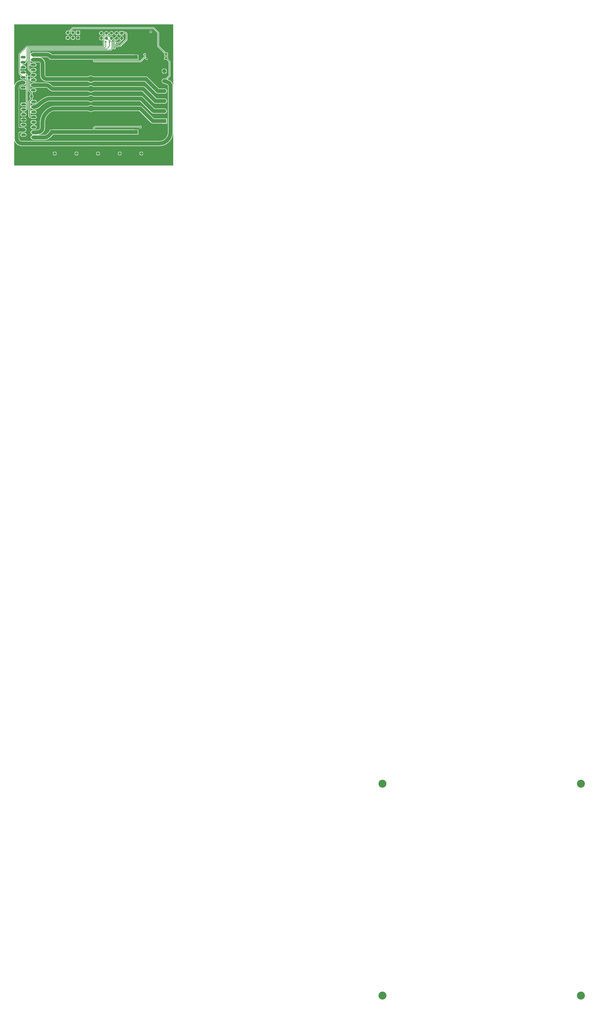
<source format=gtl>
G04*
G04 #@! TF.GenerationSoftware,Altium Limited,Altium Designer,20.0.13 (296)*
G04*
G04 Layer_Physical_Order=1*
G04 Layer_Color=255*
%FSLAX44Y44*%
%MOMM*%
G71*
G01*
G75*
%ADD14R,3.4000X2.0000*%
%ADD15R,1.4000X1.0000*%
%ADD30C,2.0000*%
%ADD31C,0.3000*%
%ADD32C,0.5000*%
%ADD33O,2.5400X1.2700*%
%ADD34R,1.4000X1.4000*%
%ADD35C,1.4000*%
%ADD36C,1.6050*%
%ADD37R,1.6050X1.6050*%
%ADD38R,2.1000X2.1000*%
%ADD39C,2.1000*%
%ADD40C,0.8000*%
%ADD41C,3.0000*%
%ADD42C,1.5000*%
%ADD43C,4.0000*%
G36*
X320881Y778246D02*
Y735856D01*
X321194Y734280D01*
X322087Y732944D01*
X339187Y715844D01*
Y714557D01*
X338967Y714465D01*
X337110Y713040D01*
X335685Y711183D01*
X334789Y709021D01*
X334483Y706700D01*
X334789Y704379D01*
X335685Y702217D01*
X337110Y700360D01*
X338967Y698935D01*
X341129Y698039D01*
X343450Y697733D01*
X345681D01*
Y690267D01*
X343450D01*
X341129Y689961D01*
X338967Y689065D01*
X338447Y688667D01*
X337404Y689467D01*
X337782Y690379D01*
X338127Y693000D01*
X337782Y695621D01*
X336770Y698063D01*
X335161Y700161D01*
X333063Y701770D01*
X330621Y702782D01*
X328000Y703127D01*
X325379Y702782D01*
X322937Y701770D01*
X321340Y700545D01*
X320627Y700590D01*
X320052Y700861D01*
X319916Y700982D01*
X319839Y701563D01*
X320713Y702702D01*
X321372Y704293D01*
X321596Y706000D01*
X321372Y707707D01*
X320713Y709298D01*
X319664Y710664D01*
X318298Y711713D01*
X316707Y712372D01*
X315000Y712596D01*
X313293Y712372D01*
X312396Y712000D01*
X311690Y713060D01*
X313115Y714917D01*
X314011Y717079D01*
X314149Y718130D01*
X299000D01*
Y719400D01*
X297730D01*
Y728367D01*
X292650D01*
X290329Y728061D01*
X288167Y727165D01*
X286389Y725801D01*
X285850Y725897D01*
X285119Y726144D01*
Y738055D01*
X285850Y738304D01*
X286389Y738399D01*
X288167Y737035D01*
X290329Y736139D01*
X292650Y735833D01*
X305350D01*
X307671Y736139D01*
X309833Y737035D01*
X311690Y738460D01*
X313115Y740317D01*
X314011Y742479D01*
X314317Y744800D01*
X314011Y747121D01*
X313115Y749283D01*
X311690Y751140D01*
X309833Y752565D01*
X307671Y753461D01*
X305350Y753767D01*
X303119D01*
Y761233D01*
X305350D01*
X307671Y761539D01*
X309833Y762435D01*
X311690Y763860D01*
X313115Y765717D01*
X314011Y767879D01*
X314317Y770200D01*
X314011Y772521D01*
X313860Y772885D01*
X319708Y778732D01*
X320881Y778246D01*
D02*
G37*
G36*
X1050000Y254000D02*
X254000D01*
Y377497D01*
X255205Y377640D01*
X257491Y372122D01*
X260611Y367030D01*
X264489Y362489D01*
X269030Y358611D01*
X274122Y355491D01*
X279640Y353205D01*
X285446Y351811D01*
X291400Y351343D01*
Y351352D01*
X980000D01*
X980003Y351352D01*
X987686Y351784D01*
X995276Y353073D01*
X1002673Y355204D01*
X1009785Y358150D01*
X1016523Y361874D01*
X1022801Y366329D01*
X1028541Y371459D01*
X1033671Y377199D01*
X1038126Y383477D01*
X1041850Y390215D01*
X1044796Y397327D01*
X1046927Y404724D01*
X1048216Y412314D01*
X1048648Y419997D01*
X1048648Y420000D01*
Y651681D01*
X1048629Y651824D01*
X1048239Y656787D01*
X1047043Y661767D01*
X1045083Y666499D01*
X1042407Y670866D01*
X1039080Y674761D01*
X1035186Y678087D01*
X1030818Y680764D01*
X1026087Y682724D01*
X1025798Y682793D01*
X1025589Y682889D01*
X1020746Y684382D01*
X1020440Y685614D01*
X1033913Y699087D01*
X1034806Y700424D01*
X1035119Y702000D01*
Y774000D01*
X1034806Y775576D01*
X1033913Y776913D01*
X1023619Y787206D01*
Y787500D01*
X1023540Y787898D01*
Y798540D01*
X1004460D01*
Y783460D01*
X1016004D01*
X1016587Y782587D01*
X1026881Y772294D01*
Y703706D01*
X1010861Y687687D01*
X1008404Y688704D01*
X1005000Y689153D01*
X1001596Y688704D01*
X998424Y687390D01*
X995700Y685300D01*
X993610Y682576D01*
X992296Y679404D01*
X991848Y676000D01*
X992296Y672596D01*
X993610Y669424D01*
X995700Y666700D01*
X998424Y664610D01*
X1001596Y663296D01*
X1004530Y662909D01*
X1018137Y658715D01*
X1018209Y658703D01*
X1019698Y658086D01*
X1021230Y656910D01*
X1022405Y655379D01*
X1023144Y653595D01*
X1023374Y651850D01*
X1023352Y651681D01*
Y420000D01*
X1023401Y419624D01*
X1023055Y414332D01*
X1021946Y408760D01*
X1020120Y403382D01*
X1017608Y398287D01*
X1014452Y393564D01*
X1010707Y389293D01*
X1006436Y385548D01*
X1001713Y382392D01*
X996618Y379880D01*
X991239Y378054D01*
X985668Y376946D01*
X980376Y376599D01*
X980000Y376648D01*
X291400D01*
X291054Y376603D01*
X288076Y376995D01*
X284979Y378278D01*
X282319Y380319D01*
X280278Y382979D01*
X278995Y386076D01*
X278603Y389054D01*
X278648Y389400D01*
Y419952D01*
X300000D01*
X303274Y420383D01*
X306324Y421646D01*
X308944Y423656D01*
X309389Y424236D01*
X310833Y424835D01*
X312690Y426259D01*
X314115Y428117D01*
X315011Y430279D01*
X315317Y432600D01*
X315011Y434921D01*
X314115Y437083D01*
X312690Y438940D01*
X310833Y440365D01*
X309389Y440964D01*
X308944Y441544D01*
X306324Y443554D01*
X303274Y444817D01*
X300000Y445248D01*
X278648D01*
Y643200D01*
X278603Y643546D01*
X278995Y646524D01*
X280278Y649621D01*
X282319Y652281D01*
X284979Y654322D01*
X288076Y655605D01*
X291054Y655997D01*
X291400Y655952D01*
X299000D01*
X302274Y656383D01*
X305324Y657646D01*
X307944Y659656D01*
X308389Y660236D01*
X309833Y660835D01*
X310660Y661469D01*
X311936Y660847D01*
X312031Y650880D01*
X310766Y650249D01*
X309833Y650965D01*
X307671Y651861D01*
X305350Y652167D01*
X292650D01*
X290329Y651861D01*
X288167Y650965D01*
X286310Y649540D01*
X284885Y647683D01*
X283989Y645521D01*
X283683Y643200D01*
X283989Y640879D01*
X284885Y638717D01*
X286310Y636860D01*
X288167Y635435D01*
X290329Y634539D01*
X292650Y634233D01*
X305350D01*
X307671Y634539D01*
X309833Y635435D01*
X310899Y636253D01*
X312175Y635631D01*
X312317Y620723D01*
X312329Y619414D01*
X312197Y618199D01*
X312204Y618183D01*
X312340Y618049D01*
X312341Y617077D01*
Y567644D01*
X311202Y567083D01*
X310833Y567365D01*
X308671Y568261D01*
X306350Y568567D01*
X293650D01*
X291329Y568261D01*
X289167Y567365D01*
X287310Y565940D01*
X285885Y564083D01*
X284989Y561921D01*
X284683Y559600D01*
X284989Y557279D01*
X285885Y555117D01*
X287310Y553260D01*
X289167Y551835D01*
X291329Y550939D01*
X293650Y550633D01*
X306350D01*
X308671Y550939D01*
X310833Y551835D01*
X311202Y552117D01*
X312341Y551556D01*
X312341Y542244D01*
X311202Y541683D01*
X310833Y541965D01*
X308671Y542861D01*
X306350Y543167D01*
X293650D01*
X291329Y542861D01*
X289167Y541965D01*
X287310Y540540D01*
X285885Y538683D01*
X284989Y536521D01*
X284683Y534200D01*
X284989Y531879D01*
X285885Y529717D01*
X287310Y527859D01*
X289167Y526435D01*
X291329Y525539D01*
X293650Y525233D01*
X295881D01*
Y517767D01*
X293650D01*
X291329Y517461D01*
X289167Y516565D01*
X287310Y515140D01*
X285885Y513283D01*
X284989Y511121D01*
X284683Y508800D01*
X284989Y506479D01*
X285885Y504317D01*
X287310Y502459D01*
X289167Y501035D01*
X291329Y500139D01*
X293650Y499833D01*
X306350D01*
X308671Y500139D01*
X310833Y501035D01*
X312690Y502459D01*
X314115Y504317D01*
X315011Y506479D01*
X315317Y508800D01*
X315011Y511121D01*
X314115Y513283D01*
X312690Y515140D01*
X310833Y516565D01*
X308671Y517461D01*
X306350Y517767D01*
X304119D01*
Y525233D01*
X306350D01*
X308671Y525539D01*
X310833Y526435D01*
X312690Y527859D01*
X314115Y529717D01*
X314321Y530213D01*
X315298Y530341D01*
X317010Y531051D01*
X318481Y532179D01*
X319609Y533650D01*
X320319Y535362D01*
X320525Y536927D01*
X320579Y537200D01*
X320579Y556599D01*
X320623Y556634D01*
X320723Y556876D01*
X320713Y558146D01*
X320905Y559600D01*
X320713Y561054D01*
X320723Y562324D01*
X320623Y562566D01*
X320579Y563768D01*
Y618199D01*
X320571Y618238D01*
X320579Y618277D01*
X319945Y685042D01*
X321210Y685555D01*
X322861Y684288D01*
Y629842D01*
X323252Y627876D01*
X324366Y626208D01*
X334861Y615714D01*
Y608712D01*
X332839Y607161D01*
X331230Y605063D01*
X330218Y602621D01*
X329873Y600000D01*
X330218Y597379D01*
X331230Y594937D01*
X332839Y592839D01*
X334861Y591288D01*
Y586086D01*
X326366Y577592D01*
X325252Y575924D01*
X324861Y573958D01*
Y499929D01*
X325252Y497962D01*
X326366Y496295D01*
X329295Y493366D01*
X330962Y492252D01*
X332929Y491861D01*
X336583D01*
X336685Y491617D01*
X338110Y489759D01*
X339967Y488335D01*
X342129Y487439D01*
X344450Y487133D01*
X357150D01*
X359471Y487439D01*
X361633Y488335D01*
X363490Y489759D01*
X364915Y491617D01*
X365811Y493779D01*
X366117Y496100D01*
X365811Y498421D01*
X364915Y500583D01*
X363490Y502440D01*
X361633Y503865D01*
X359471Y504761D01*
X357150Y505067D01*
X344450D01*
X342129Y504761D01*
X339967Y503865D01*
X338110Y502440D01*
X337878Y502139D01*
X335139D01*
Y517430D01*
X336409Y517683D01*
X336685Y517017D01*
X338110Y515159D01*
X339967Y513735D01*
X342129Y512839D01*
X344450Y512533D01*
X357150D01*
X359471Y512839D01*
X361633Y513735D01*
X363490Y515159D01*
X364915Y517017D01*
X365811Y519179D01*
X366117Y521500D01*
X365811Y523821D01*
X364915Y525983D01*
X363490Y527840D01*
X361633Y529265D01*
X359471Y530161D01*
X357150Y530467D01*
X344450D01*
X342129Y530161D01*
X339967Y529265D01*
X338110Y527840D01*
X336685Y525983D01*
X336409Y525317D01*
X335139Y525570D01*
Y542830D01*
X336409Y543083D01*
X336685Y542417D01*
X338110Y540560D01*
X339967Y539135D01*
X341412Y538536D01*
X341856Y537956D01*
X344476Y535946D01*
X347526Y534683D01*
X350800Y534252D01*
X352804D01*
X352857Y534252D01*
Y534253D01*
X353071Y534281D01*
X358536Y534639D01*
X364118Y535749D01*
X369507Y537579D01*
X374611Y540096D01*
X379343Y543258D01*
X383360Y546781D01*
X383589Y546956D01*
X383593Y546960D01*
X383593Y546960D01*
X383593Y546960D01*
X383669Y547036D01*
X384023Y547496D01*
X391819Y554640D01*
X400720Y561470D01*
X410182Y567499D01*
X420135Y572679D01*
X425145Y574754D01*
X425145Y574754D01*
X426317Y575175D01*
X427809Y575371D01*
X427956Y575352D01*
X624763Y575352D01*
X627208Y573345D01*
X630255Y571717D01*
X633562Y570714D01*
X637000Y570375D01*
X640438Y570714D01*
X643745Y571717D01*
X646792Y573345D01*
X649237Y575352D01*
X883761D01*
X942056Y517056D01*
X942056Y517056D01*
X944676Y515046D01*
X947726Y513783D01*
X951000Y513352D01*
X951000Y513352D01*
X1001460D01*
X1001596Y513296D01*
X1005000Y512848D01*
X1008404Y513296D01*
X1011576Y514610D01*
X1014300Y516700D01*
X1016390Y519424D01*
X1017704Y522596D01*
X1018152Y526000D01*
X1017704Y529404D01*
X1016390Y532576D01*
X1014300Y535300D01*
X1011576Y537390D01*
X1008404Y538704D01*
X1005000Y539152D01*
X1001596Y538704D01*
X1001460Y538648D01*
X956239D01*
X897944Y596944D01*
X895324Y598954D01*
X892274Y600217D01*
X889000Y600648D01*
X889000Y600648D01*
X649237D01*
X646792Y602654D01*
X643745Y604283D01*
X640438Y605286D01*
X637000Y605625D01*
X633562Y605286D01*
X630255Y604283D01*
X627208Y602654D01*
X624763Y600648D01*
X429198Y600648D01*
X427956Y600648D01*
X427928Y600644D01*
Y600644D01*
X427748Y600621D01*
X422894Y600239D01*
X417914Y599043D01*
X415464Y598029D01*
X415422Y598130D01*
X404658Y593168D01*
X394120Y587266D01*
X384078Y580556D01*
X374594Y573079D01*
X365786Y564938D01*
X365786Y564938D01*
X364871Y564080D01*
X363022Y562562D01*
X359858Y560872D01*
X356426Y559830D01*
X353161Y559509D01*
X352864Y559548D01*
X352819Y559548D01*
X352815Y559548D01*
X352812Y559548D01*
X350800D01*
X347526Y559117D01*
X344476Y557854D01*
X341856Y555844D01*
X341412Y555264D01*
X339967Y554665D01*
X338110Y553240D01*
X336685Y551383D01*
X336409Y550717D01*
X335139Y550970D01*
Y568230D01*
X336409Y568483D01*
X336685Y567817D01*
X338110Y565960D01*
X339967Y564535D01*
X342129Y563639D01*
X344450Y563333D01*
X357150D01*
X359471Y563639D01*
X361633Y564535D01*
X363490Y565960D01*
X364915Y567817D01*
X365811Y569979D01*
X366117Y572300D01*
X365811Y574621D01*
X364915Y576783D01*
X363490Y578640D01*
X361633Y580065D01*
X359471Y580961D01*
X357150Y581267D01*
X345791D01*
X345580Y581413D01*
X344856Y582537D01*
X345139Y583958D01*
Y591288D01*
X347161Y592839D01*
X348770Y594937D01*
X349782Y597379D01*
X350127Y600000D01*
X349782Y602621D01*
X348770Y605063D01*
X347161Y607161D01*
X345139Y608712D01*
Y617842D01*
X344748Y619809D01*
X344444Y620263D01*
X344517Y620580D01*
X345123Y621533D01*
X356150D01*
X358471Y621839D01*
X360633Y622735D01*
X362490Y624160D01*
X363915Y626017D01*
X364811Y628179D01*
X365117Y630500D01*
X364811Y632821D01*
X363915Y634983D01*
X362490Y636840D01*
X360633Y638265D01*
X358471Y639161D01*
X356150Y639467D01*
X343450D01*
X341129Y639161D01*
X338967Y638265D01*
X337110Y636840D01*
X335685Y634983D01*
X334916Y633128D01*
X334005Y632690D01*
X333479Y632603D01*
X333139Y632851D01*
Y683963D01*
X333708Y684331D01*
X334517Y683800D01*
X334774Y683508D01*
X334483Y681300D01*
X334789Y678979D01*
X335685Y676817D01*
X337110Y674960D01*
X338967Y673535D01*
X341129Y672639D01*
X343450Y672333D01*
X356150D01*
X358471Y672639D01*
X360633Y673535D01*
X362490Y674960D01*
X363915Y676817D01*
X364811Y678979D01*
X365117Y681300D01*
X364811Y683621D01*
X363915Y685783D01*
X362490Y687640D01*
X360633Y689065D01*
X358471Y689961D01*
X356150Y690267D01*
X353919D01*
Y697733D01*
X356150D01*
X358471Y698039D01*
X360633Y698935D01*
X362490Y700360D01*
X363915Y702217D01*
X364811Y704379D01*
X365117Y706700D01*
X364811Y709021D01*
X363915Y711183D01*
X362490Y713040D01*
X360633Y714465D01*
X358471Y715361D01*
X356150Y715667D01*
X347425D01*
Y717550D01*
X347112Y719126D01*
X346219Y720463D01*
X344722Y721960D01*
X345208Y723133D01*
X356150D01*
X358471Y723439D01*
X360633Y724335D01*
X362490Y725760D01*
X363915Y727617D01*
X364811Y729779D01*
X365117Y732100D01*
X364811Y734421D01*
X363915Y736583D01*
X362490Y738440D01*
X360633Y739865D01*
X358471Y740761D01*
X356150Y741067D01*
X343450D01*
X341129Y740761D01*
X338967Y739865D01*
X337110Y738440D01*
X335685Y736583D01*
X334789Y734421D01*
X334682Y733610D01*
X333479Y733202D01*
X329119Y737562D01*
Y753936D01*
X330258Y754497D01*
X330450Y754351D01*
X332162Y753641D01*
X333727Y753435D01*
X334000Y753381D01*
X334000Y753381D01*
X335534D01*
X335685Y753017D01*
X337110Y751160D01*
X338967Y749735D01*
X341129Y748839D01*
X343450Y748533D01*
X356150D01*
X358471Y748839D01*
X360633Y749735D01*
X362490Y751160D01*
X363915Y753017D01*
X364811Y755179D01*
X365117Y757500D01*
X364811Y759821D01*
X363915Y761983D01*
X362490Y763840D01*
X360633Y765265D01*
X358471Y766161D01*
X356150Y766467D01*
X343450D01*
X341129Y766161D01*
X338967Y765265D01*
X337110Y763840D01*
X336389Y762902D01*
X335119Y763333D01*
Y777067D01*
X336389Y777498D01*
X337110Y776560D01*
X338967Y775135D01*
X340411Y774536D01*
X340856Y773956D01*
X343476Y771946D01*
X346526Y770683D01*
X349800Y770252D01*
X376000D01*
X376169Y770274D01*
X377914Y770044D01*
X379698Y769305D01*
X381230Y768130D01*
X382405Y766598D01*
X383144Y764814D01*
X383374Y763069D01*
X383352Y762900D01*
X383352Y706390D01*
X383371Y706246D01*
X383761Y701283D01*
X384957Y696303D01*
X386917Y691571D01*
X389593Y687204D01*
X392920Y683309D01*
X396814Y679983D01*
X401181Y677307D01*
X405913Y675347D01*
X408719Y674673D01*
X409149Y674495D01*
X410170Y674325D01*
X411423Y674118D01*
X412877Y673829D01*
X420381Y673337D01*
Y673352D01*
X624763Y673352D01*
X627208Y671346D01*
X630255Y669717D01*
X633562Y668714D01*
X637000Y668375D01*
X640438Y668714D01*
X643745Y669717D01*
X646792Y671346D01*
X649237Y673352D01*
X907761D01*
X963865Y617248D01*
X963865Y617248D01*
X966485Y615238D01*
X969535Y613974D01*
X972809Y613543D01*
X1000998D01*
X1001596Y613296D01*
X1005000Y612848D01*
X1008404Y613296D01*
X1011576Y614610D01*
X1014300Y616700D01*
X1016390Y619424D01*
X1017704Y622596D01*
X1018152Y626000D01*
X1017704Y629404D01*
X1016390Y632576D01*
X1014300Y635300D01*
X1011576Y637390D01*
X1008404Y638704D01*
X1005000Y639152D01*
X1002623Y638839D01*
X978048D01*
X921944Y694944D01*
X919324Y696954D01*
X916274Y698217D01*
X913000Y698648D01*
X913000Y698648D01*
X649237D01*
X646792Y700655D01*
X643745Y702283D01*
X640438Y703286D01*
X637000Y703625D01*
X633562Y703286D01*
X630255Y702283D01*
X627208Y700655D01*
X624763Y698648D01*
X420381Y698648D01*
X419998Y698598D01*
X415932Y698918D01*
X414687Y699166D01*
X413498Y699489D01*
X412302Y699984D01*
X410770Y701160D01*
X409595Y702691D01*
X408856Y704475D01*
X408626Y706221D01*
X408648Y706390D01*
X408648Y761630D01*
X408648Y762900D01*
X408648Y762900D01*
X408629Y763043D01*
X408239Y768006D01*
X407043Y772987D01*
X405083Y777719D01*
X402407Y782086D01*
X399080Y785980D01*
X395186Y789307D01*
X390818Y791983D01*
X386087Y793943D01*
X384259Y794382D01*
X384409Y795652D01*
X415551D01*
X415897Y795697D01*
X418875Y795305D01*
X421973Y794022D01*
X424356Y792194D01*
X424568Y791917D01*
X429428Y787056D01*
X431690Y785321D01*
Y783460D01*
X437550D01*
X438372Y783352D01*
X439194Y783460D01*
X450408D01*
X451230Y783352D01*
X648881D01*
Y777000D01*
X649194Y775424D01*
X650087Y774087D01*
X652087Y772087D01*
X653424Y771194D01*
X655000Y770881D01*
X886000D01*
X887576Y771194D01*
X888913Y772087D01*
X911413Y794587D01*
X912306Y795924D01*
X912619Y797500D01*
Y802961D01*
X912708Y804208D01*
X912763Y804342D01*
X912644Y805612D01*
X912713Y805702D01*
X913372Y807293D01*
X913596Y809000D01*
X913372Y810707D01*
X912713Y812298D01*
X911664Y813664D01*
X910298Y814713D01*
X908707Y815372D01*
X907000Y815596D01*
X905293Y815372D01*
X903702Y814713D01*
X902336Y813664D01*
X901287Y812298D01*
X900628Y810707D01*
X900404Y809000D01*
X900628Y807293D01*
X901287Y805702D01*
X902336Y804336D01*
X903702Y803287D01*
X904340Y803023D01*
X904381Y802982D01*
Y799206D01*
X884294Y779119D01*
X657119D01*
Y783352D01*
X856000D01*
X856822Y783460D01*
X875540D01*
Y808540D01*
X856822D01*
X856000Y808648D01*
X451230D01*
X450408Y808540D01*
X443719D01*
X442455Y809804D01*
X442462Y809811D01*
X437921Y813689D01*
X432829Y816809D01*
X427311Y819095D01*
X421505Y820489D01*
X415551Y820957D01*
Y820948D01*
X349800D01*
X346526Y820517D01*
X343476Y819254D01*
X340856Y817244D01*
X340411Y816664D01*
X338967Y816065D01*
X337110Y814640D01*
X336389Y813701D01*
X335119Y814133D01*
Y827320D01*
X735439D01*
X737016Y827634D01*
X738352Y828527D01*
X745034Y835209D01*
X745189Y835440D01*
X746149Y836692D01*
X746859Y838405D01*
X747065Y839969D01*
X747119Y840243D01*
Y869128D01*
X747065Y869401D01*
X746859Y870965D01*
X746149Y872678D01*
X745189Y873930D01*
X745034Y874162D01*
X741048Y878148D01*
X741503Y879489D01*
X743158Y879707D01*
X745728Y880771D01*
X747935Y882465D01*
X749629Y884672D01*
X750693Y887242D01*
X751056Y890000D01*
X750693Y892758D01*
X749629Y895328D01*
X747935Y897535D01*
X745728Y899229D01*
X743158Y900293D01*
X740400Y900656D01*
X737642Y900293D01*
X737101Y900069D01*
X728832Y904533D01*
X728406Y904664D01*
X727288Y905127D01*
X726446Y905238D01*
X725983Y905367D01*
X721785Y905688D01*
X721397Y906992D01*
X722535Y907865D01*
X724229Y910072D01*
X725293Y912642D01*
X725656Y915400D01*
X725293Y918158D01*
X724229Y920728D01*
X722535Y922935D01*
X720328Y924629D01*
X717758Y925693D01*
X715000Y926056D01*
X712242Y925693D01*
X709672Y924629D01*
X707465Y922935D01*
X705771Y920728D01*
X704707Y918158D01*
X704344Y915400D01*
X704707Y912642D01*
X705771Y910072D01*
X707308Y908070D01*
X706917Y906826D01*
X705888Y906905D01*
X705612Y906872D01*
X705335Y906908D01*
X703497Y906666D01*
X701785Y905957D01*
X700314Y904828D01*
X699185Y903358D01*
X698476Y901645D01*
X698270Y900081D01*
X698216Y899807D01*
X698216Y899807D01*
Y898010D01*
X696946Y897680D01*
X694928Y899229D01*
X692358Y900293D01*
X690870Y900489D01*
Y890000D01*
Y879511D01*
X692358Y879707D01*
X694928Y880771D01*
X696946Y882320D01*
X698216Y881990D01*
Y852659D01*
X317540D01*
X315964Y852346D01*
X314627Y851453D01*
X278966Y815791D01*
X278811Y815560D01*
X277851Y814308D01*
X277141Y812595D01*
X276935Y811031D01*
X276881Y810757D01*
Y714242D01*
X276935Y713969D01*
X277141Y712405D01*
X277851Y710692D01*
X278811Y709440D01*
X278966Y709208D01*
X278966Y709208D01*
X286491Y701683D01*
X286408Y700416D01*
X286310Y700340D01*
X284885Y698483D01*
X283989Y696321D01*
X283683Y694000D01*
X283989Y691679D01*
X284885Y689517D01*
X286310Y687660D01*
X288167Y686235D01*
X290329Y685339D01*
X292650Y685033D01*
X305350D01*
X307671Y685339D01*
X309833Y686235D01*
X310553Y686787D01*
X311695Y686231D01*
X311787Y676467D01*
X310523Y675836D01*
X309833Y676365D01*
X308389Y676964D01*
X307944Y677544D01*
X305324Y679554D01*
X302274Y680817D01*
X299000Y681248D01*
X291400D01*
Y681257D01*
X285446Y680789D01*
X279640Y679395D01*
X274122Y677109D01*
X269030Y673989D01*
X264489Y670111D01*
X260611Y665570D01*
X257491Y660478D01*
X255205Y654960D01*
X254000Y655103D01*
Y960000D01*
X1050000D01*
Y254000D01*
D02*
G37*
%LPC*%
G36*
X305350Y728367D02*
X300270D01*
Y720670D01*
X314149D01*
X314011Y721721D01*
X313115Y723883D01*
X311690Y725740D01*
X309833Y727165D01*
X307671Y728061D01*
X305350Y728367D01*
D02*
G37*
G36*
X938270Y929429D02*
Y924270D01*
X943429D01*
X943372Y924707D01*
X942713Y926298D01*
X941664Y927664D01*
X940298Y928713D01*
X938707Y929372D01*
X938270Y929429D01*
D02*
G37*
G36*
X935730D02*
X935293Y929372D01*
X933702Y928713D01*
X932336Y927664D01*
X931287Y926298D01*
X930628Y924707D01*
X930571Y924270D01*
X935730D01*
Y929429D01*
D02*
G37*
G36*
X943429Y921730D02*
X938270D01*
Y916571D01*
X938707Y916628D01*
X940298Y917287D01*
X941664Y918336D01*
X942713Y919702D01*
X943372Y921293D01*
X943429Y921730D01*
D02*
G37*
G36*
X935730D02*
X930571D01*
X930628Y921293D01*
X931287Y919702D01*
X932336Y918336D01*
X933702Y917287D01*
X935293Y916628D01*
X935730Y916571D01*
Y921730D01*
D02*
G37*
G36*
X583365Y928565D02*
X562235D01*
Y907435D01*
X583365D01*
Y928565D01*
D02*
G37*
G36*
X547400Y928656D02*
X544642Y928293D01*
X542072Y927228D01*
X539865Y925535D01*
X538172Y923328D01*
X537107Y920758D01*
X536744Y918000D01*
X537107Y915242D01*
X538172Y912672D01*
X539865Y910465D01*
X542072Y908772D01*
X544642Y907707D01*
X547400Y907344D01*
X550158Y907707D01*
X552728Y908772D01*
X554935Y910465D01*
X556628Y912672D01*
X557693Y915242D01*
X558056Y918000D01*
X557693Y920758D01*
X556628Y923328D01*
X554935Y925535D01*
X552728Y927228D01*
X550158Y928293D01*
X547400Y928656D01*
D02*
G37*
G36*
X765800Y926056D02*
X763042Y925693D01*
X760472Y924629D01*
X758265Y922935D01*
X756572Y920728D01*
X755507Y918158D01*
X755144Y915400D01*
X755507Y912642D01*
X756572Y910072D01*
X758265Y907865D01*
X760472Y906171D01*
X763042Y905107D01*
X765800Y904744D01*
X768558Y905107D01*
X771128Y906171D01*
X773335Y907865D01*
X775029Y910072D01*
X776093Y912642D01*
X776456Y915400D01*
X776093Y918158D01*
X775029Y920728D01*
X773335Y922935D01*
X771128Y924629D01*
X768558Y925693D01*
X765800Y926056D01*
D02*
G37*
G36*
X740400D02*
X737642Y925693D01*
X735072Y924629D01*
X732865Y922935D01*
X731171Y920728D01*
X730107Y918158D01*
X729744Y915400D01*
X730107Y912642D01*
X731171Y910072D01*
X732865Y907865D01*
X735072Y906171D01*
X737642Y905107D01*
X740400Y904744D01*
X743158Y905107D01*
X745728Y906171D01*
X747935Y907865D01*
X749629Y910072D01*
X750693Y912642D01*
X751056Y915400D01*
X750693Y918158D01*
X749629Y920728D01*
X747935Y922935D01*
X745728Y924629D01*
X743158Y925693D01*
X740400Y926056D01*
D02*
G37*
G36*
X689600D02*
X686842Y925693D01*
X684272Y924629D01*
X682065Y922935D01*
X680371Y920728D01*
X679307Y918158D01*
X678944Y915400D01*
X679307Y912642D01*
X680371Y910072D01*
X682065Y907865D01*
X684272Y906171D01*
X686842Y905107D01*
X689600Y904744D01*
X692358Y905107D01*
X694928Y906171D01*
X697135Y907865D01*
X698829Y910072D01*
X699893Y912642D01*
X700256Y915400D01*
X699893Y918158D01*
X698829Y920728D01*
X697135Y922935D01*
X694928Y924629D01*
X692358Y925693D01*
X689600Y926056D01*
D02*
G37*
G36*
X574070Y903089D02*
Y893870D01*
X583289D01*
X583093Y895358D01*
X582029Y897928D01*
X580335Y900135D01*
X578128Y901829D01*
X575558Y902893D01*
X574070Y903089D01*
D02*
G37*
G36*
X571530Y903089D02*
X570042Y902893D01*
X567472Y901829D01*
X565265Y900135D01*
X563572Y897928D01*
X562507Y895358D01*
X562311Y893870D01*
X571530D01*
Y903089D01*
D02*
G37*
G36*
X688330Y900489D02*
X686842Y900293D01*
X684272Y899229D01*
X682065Y897535D01*
X680371Y895328D01*
X679307Y892758D01*
X679111Y891270D01*
X688330D01*
Y900489D01*
D02*
G37*
G36*
X571530Y891330D02*
X562311D01*
X562507Y889842D01*
X563572Y887272D01*
X565265Y885065D01*
X567472Y883372D01*
X570042Y882307D01*
X571530Y882111D01*
Y891330D01*
D02*
G37*
G36*
X583289D02*
X574070D01*
Y882111D01*
X575558Y882307D01*
X578128Y883372D01*
X580335Y885065D01*
X582029Y887272D01*
X583093Y889842D01*
X583289Y891330D01*
D02*
G37*
G36*
X547400Y903256D02*
X544642Y902893D01*
X542072Y901829D01*
X539865Y900135D01*
X538172Y897928D01*
X537107Y895358D01*
X536744Y892600D01*
X537107Y889842D01*
X538172Y887272D01*
X539865Y885065D01*
X542072Y883372D01*
X544642Y882307D01*
X547400Y881944D01*
X550158Y882307D01*
X552728Y883372D01*
X554935Y885065D01*
X556628Y887272D01*
X557693Y889842D01*
X558056Y892600D01*
X557693Y895358D01*
X556628Y897928D01*
X554935Y900135D01*
X552728Y901829D01*
X550158Y902893D01*
X547400Y903256D01*
D02*
G37*
G36*
X522000D02*
X519242Y902893D01*
X516672Y901829D01*
X514465Y900135D01*
X512771Y897928D01*
X511707Y895358D01*
X511344Y892600D01*
X511707Y889842D01*
X512771Y887272D01*
X514465Y885065D01*
X516672Y883372D01*
X519242Y882307D01*
X522000Y881944D01*
X524758Y882307D01*
X527328Y883372D01*
X529535Y885065D01*
X531228Y887272D01*
X532293Y889842D01*
X532656Y892600D01*
X532293Y895358D01*
X531228Y897928D01*
X529535Y900135D01*
X527328Y901829D01*
X524758Y902893D01*
X522000Y903256D01*
D02*
G37*
G36*
X688330Y888730D02*
X679111D01*
X679307Y887242D01*
X680371Y884672D01*
X682065Y882465D01*
X684272Y880771D01*
X686842Y879707D01*
X688330Y879511D01*
Y888730D01*
D02*
G37*
G36*
X791200Y900656D02*
X788442Y900293D01*
X785872Y899229D01*
X783665Y897535D01*
X781972Y895328D01*
X780907Y892758D01*
X780544Y890000D01*
X780907Y887242D01*
X781972Y884672D01*
X783665Y882465D01*
X784584Y881760D01*
X784667Y880492D01*
X775294Y871119D01*
X770083D01*
X769664Y871664D01*
X768298Y872713D01*
X766707Y873372D01*
X765000Y873596D01*
X763293Y873372D01*
X761702Y872713D01*
X760389Y871705D01*
X760142Y871744D01*
X759119Y872165D01*
Y877494D01*
X761833Y880208D01*
X763042Y879707D01*
X765800Y879344D01*
X768558Y879707D01*
X771128Y880771D01*
X773335Y882465D01*
X775029Y884672D01*
X776093Y887242D01*
X776456Y890000D01*
X776093Y892758D01*
X775029Y895328D01*
X773335Y897535D01*
X771128Y899229D01*
X768558Y900293D01*
X765800Y900656D01*
X763042Y900293D01*
X760472Y899229D01*
X758265Y897535D01*
X756572Y895328D01*
X755507Y892758D01*
X755144Y890000D01*
X755507Y887242D01*
X756008Y886033D01*
X752087Y882113D01*
X751194Y880776D01*
X750881Y879200D01*
Y847083D01*
X750336Y846664D01*
X749287Y845298D01*
X748628Y843707D01*
X748404Y842000D01*
X748628Y840293D01*
X749287Y838702D01*
X750336Y837336D01*
X751702Y836287D01*
X753293Y835628D01*
X755000Y835404D01*
X756707Y835628D01*
X758298Y836287D01*
X759664Y837336D01*
X760713Y838702D01*
X761372Y840293D01*
X761596Y842000D01*
X761372Y843707D01*
X760713Y845298D01*
X759664Y846664D01*
X759119Y847083D01*
Y861835D01*
X760142Y862256D01*
X760389Y862294D01*
X761702Y861287D01*
X763293Y860628D01*
X765000Y860404D01*
X766707Y860628D01*
X768298Y861287D01*
X769664Y862336D01*
X770083Y862881D01*
X777000D01*
X778576Y863194D01*
X779913Y864087D01*
X792913Y877087D01*
X793806Y878424D01*
X794070Y879753D01*
X796528Y880771D01*
X798735Y882465D01*
X800428Y884672D01*
X801493Y887242D01*
X801856Y890000D01*
X801493Y892758D01*
X800428Y895328D01*
X798735Y897535D01*
X796528Y899229D01*
X793958Y900293D01*
X791200Y900656D01*
D02*
G37*
G36*
X801765Y925965D02*
X780635D01*
Y904835D01*
X801765D01*
Y913881D01*
X809294D01*
X811881Y911294D01*
Y885706D01*
X782294Y856119D01*
X773083D01*
X772664Y856664D01*
X771298Y857713D01*
X769707Y858372D01*
X768000Y858596D01*
X766293Y858372D01*
X764702Y857713D01*
X763336Y856664D01*
X762287Y855298D01*
X761628Y853707D01*
X761404Y852000D01*
X761628Y850293D01*
X762287Y848702D01*
X763336Y847336D01*
X764702Y846287D01*
X766293Y845628D01*
X768000Y845404D01*
X769707Y845628D01*
X771298Y846287D01*
X772664Y847336D01*
X773083Y847881D01*
X784000D01*
X785576Y848194D01*
X786913Y849087D01*
X818913Y881087D01*
X819806Y882424D01*
X820119Y884000D01*
Y913000D01*
X819806Y914576D01*
X818913Y915913D01*
X813913Y920913D01*
X812576Y921806D01*
X811000Y922119D01*
X801765D01*
Y925965D01*
D02*
G37*
G36*
X953000Y945119D02*
X545000D01*
X543424Y944806D01*
X542087Y943913D01*
X525967Y927792D01*
X524758Y928293D01*
X522000Y928656D01*
X519242Y928293D01*
X516672Y927228D01*
X514465Y925535D01*
X512771Y923328D01*
X511707Y920758D01*
X511344Y918000D01*
X511707Y915242D01*
X512771Y912672D01*
X514465Y910465D01*
X516672Y908772D01*
X519242Y907707D01*
X522000Y907344D01*
X524758Y907707D01*
X527328Y908772D01*
X529535Y910465D01*
X531228Y912672D01*
X532293Y915242D01*
X532656Y918000D01*
X532293Y920758D01*
X531792Y921967D01*
X546706Y936881D01*
X951294D01*
X969881Y918294D01*
Y851000D01*
X970194Y849424D01*
X971087Y848087D01*
X1004381Y814794D01*
Y814500D01*
X1004460Y814102D01*
Y803460D01*
X1023540D01*
Y818540D01*
X1011996D01*
X1011413Y819413D01*
X978119Y852706D01*
Y920000D01*
X977806Y921576D01*
X976913Y922913D01*
X955913Y943913D01*
X954576Y944806D01*
X953000Y945119D01*
D02*
G37*
G36*
X917270Y794429D02*
Y789270D01*
X922429D01*
X922372Y789707D01*
X921713Y791298D01*
X920664Y792664D01*
X919298Y793713D01*
X917707Y794372D01*
X917270Y794429D01*
D02*
G37*
G36*
X914730D02*
X914293Y794372D01*
X912702Y793713D01*
X911336Y792664D01*
X910287Y791298D01*
X909628Y789707D01*
X909571Y789270D01*
X914730D01*
Y794429D01*
D02*
G37*
G36*
X922429Y786730D02*
X917270D01*
Y781571D01*
X917707Y781628D01*
X919298Y782287D01*
X920664Y783336D01*
X921713Y784702D01*
X922372Y786293D01*
X922429Y786730D01*
D02*
G37*
G36*
X914730D02*
X909571D01*
X909628Y786293D01*
X910287Y784702D01*
X911336Y783336D01*
X912702Y782287D01*
X914293Y781628D01*
X914730Y781571D01*
Y786730D01*
D02*
G37*
G36*
X1006270Y738985D02*
Y727270D01*
X1017985D01*
X1017704Y729404D01*
X1016390Y732576D01*
X1014300Y735300D01*
X1011576Y737390D01*
X1008404Y738704D01*
X1006270Y738985D01*
D02*
G37*
G36*
X1003730Y738985D02*
X1001596Y738704D01*
X998424Y737390D01*
X995700Y735300D01*
X993610Y732576D01*
X992296Y729404D01*
X992015Y727270D01*
X1003730D01*
Y738985D01*
D02*
G37*
G36*
Y724730D02*
X992015D01*
X992296Y722596D01*
X993610Y719424D01*
X995700Y716700D01*
X998424Y714610D01*
X1001596Y713296D01*
X1003730Y713015D01*
Y724730D01*
D02*
G37*
G36*
X1017985D02*
X1006270D01*
Y713015D01*
X1008404Y713296D01*
X1011576Y714610D01*
X1014300Y716700D01*
X1016390Y719424D01*
X1017704Y722596D01*
X1017985Y724730D01*
D02*
G37*
G36*
X412579Y668557D02*
Y668548D01*
X349800D01*
X346526Y668117D01*
X343476Y666854D01*
X340856Y664844D01*
X340411Y664264D01*
X338967Y663665D01*
X337110Y662240D01*
X335685Y660383D01*
X334789Y658221D01*
X334483Y655900D01*
X334789Y653579D01*
X335685Y651417D01*
X337110Y649560D01*
X338967Y648135D01*
X340411Y647536D01*
X340856Y646956D01*
X343476Y644946D01*
X346526Y643683D01*
X349800Y643252D01*
X412579D01*
X412925Y643297D01*
X415903Y642905D01*
X419000Y641622D01*
X421383Y639794D01*
X421596Y639517D01*
X426330Y634782D01*
X427192Y633921D01*
X427192Y633920D01*
X427193Y633919D01*
X427211Y633902D01*
X427215Y633899D01*
X427217Y633896D01*
X427230Y633886D01*
X427231Y633887D01*
X427348Y633797D01*
X431099Y630593D01*
X435466Y627917D01*
X440198Y625957D01*
X445178Y624761D01*
X450141Y624371D01*
X450284Y624352D01*
X624763D01*
X627208Y622346D01*
X630255Y620717D01*
X633562Y619714D01*
X637000Y619375D01*
X640438Y619714D01*
X643745Y620717D01*
X646792Y622346D01*
X649237Y624352D01*
X894761D01*
X952056Y567056D01*
X954676Y565046D01*
X957726Y563783D01*
X961000Y563352D01*
X961000Y563352D01*
X1001460D01*
X1001596Y563296D01*
X1005000Y562848D01*
X1008404Y563296D01*
X1011576Y564610D01*
X1014300Y566700D01*
X1016390Y569424D01*
X1017704Y572596D01*
X1018152Y576000D01*
X1017704Y579404D01*
X1016390Y582576D01*
X1014300Y585300D01*
X1011576Y587390D01*
X1008404Y588704D01*
X1005000Y589152D01*
X1001596Y588704D01*
X1001460Y588648D01*
X966239D01*
X908944Y645944D01*
X906324Y647954D01*
X903274Y649217D01*
X900000Y649648D01*
X900000Y649648D01*
X649237D01*
X646792Y651655D01*
X643745Y653283D01*
X640438Y654286D01*
X637000Y654625D01*
X633562Y654286D01*
X630255Y653283D01*
X627208Y651655D01*
X624763Y649648D01*
X450284D01*
X450115Y649626D01*
X448370Y649856D01*
X446586Y650595D01*
X445203Y651656D01*
X445110Y651777D01*
X445092Y651795D01*
X445088Y651798D01*
X445086Y651802D01*
X439483Y657404D01*
X439490Y657411D01*
X434949Y661289D01*
X429857Y664409D01*
X424339Y666695D01*
X418532Y668089D01*
X412579Y668557D01*
D02*
G37*
G36*
X637000Y556625D02*
X633562Y556286D01*
X630255Y555283D01*
X627208Y553655D01*
X624763Y551648D01*
X453526Y551648D01*
X453526Y551648D01*
Y551648D01*
X453383Y551629D01*
X448420Y551239D01*
X445590Y550559D01*
X444771Y550452D01*
X444586Y550375D01*
X444361Y550282D01*
X443290Y550013D01*
X435357Y547175D01*
X427740Y543573D01*
X420513Y539241D01*
X413746Y534222D01*
X407503Y528564D01*
X401845Y522321D01*
X396826Y515553D01*
X392494Y508326D01*
X388892Y500710D01*
X386053Y492777D01*
X384006Y484604D01*
X382770Y476269D01*
X382359Y467901D01*
X382353Y467854D01*
X382352D01*
X382352Y466584D01*
X382352Y441819D01*
X382375Y441642D01*
X382144Y439889D01*
X381405Y438105D01*
X380230Y436573D01*
X379157Y435750D01*
X378090Y435146D01*
X378090D01*
X376936Y434649D01*
X374999Y433846D01*
X370743Y432824D01*
X366698Y432506D01*
X366379Y432548D01*
X350800D01*
X347526Y432117D01*
X344476Y430854D01*
X341856Y428844D01*
X341412Y428264D01*
X339967Y427665D01*
X338110Y426240D01*
X336685Y424383D01*
X335789Y422221D01*
X335483Y419900D01*
X335789Y417579D01*
X336685Y415417D01*
X338110Y413559D01*
X339967Y412135D01*
X341412Y411536D01*
X341856Y410956D01*
X344476Y408946D01*
X347033Y407887D01*
Y406513D01*
X344476Y405454D01*
X341856Y403444D01*
X341412Y402864D01*
X339967Y402265D01*
X338110Y400840D01*
X336685Y398983D01*
X335789Y396821D01*
X335483Y394500D01*
X335789Y392179D01*
X336685Y390017D01*
X338110Y388159D01*
X339967Y386735D01*
X341412Y386136D01*
X341856Y385556D01*
X344476Y383546D01*
X347526Y382283D01*
X350800Y381852D01*
X406979D01*
Y381843D01*
X412932Y382311D01*
X418739Y383705D01*
X424257Y385991D01*
X429348Y389111D01*
X433890Y392989D01*
X433883Y392996D01*
X449239Y408352D01*
X856000D01*
X856822Y408460D01*
X875540D01*
Y433540D01*
X856822D01*
X856000Y433648D01*
X657119D01*
Y440294D01*
X659706Y442881D01*
X879213D01*
X879287Y442702D01*
X880336Y441336D01*
X881702Y440287D01*
X883293Y439628D01*
X885000Y439404D01*
X886707Y439628D01*
X888298Y440287D01*
X889664Y441336D01*
X890713Y442702D01*
X891372Y444293D01*
X891596Y446000D01*
X891372Y447707D01*
X890713Y449298D01*
X889664Y450664D01*
X888298Y451713D01*
X886707Y452372D01*
X885000Y452596D01*
X883293Y452372D01*
X881702Y451713D01*
X881262Y451376D01*
X881257Y451376D01*
X879963Y451119D01*
X658000D01*
X656424Y450806D01*
X655087Y449913D01*
X650087Y444913D01*
X649194Y443576D01*
X648881Y442000D01*
Y433648D01*
X444000D01*
X444000Y433648D01*
X443178Y433540D01*
X431460D01*
Y426347D01*
X415996Y410883D01*
X415783Y410606D01*
X413400Y408778D01*
X410303Y407495D01*
X407325Y407103D01*
X406979Y407148D01*
X377046D01*
X376921Y408418D01*
X380130Y409057D01*
X386711Y411291D01*
X387573Y411716D01*
X388712Y412262D01*
X389818Y412720D01*
X389866Y412749D01*
X394186Y415396D01*
X398080Y418723D01*
X401407Y422617D01*
X404083Y426985D01*
X406043Y431717D01*
X407239Y436697D01*
X407632Y441700D01*
X407648Y441819D01*
X407648Y467809D01*
X407648Y467812D01*
X407648Y467816D01*
X407648Y467861D01*
X407595Y468266D01*
X407953Y474644D01*
X409092Y481348D01*
X410975Y487883D01*
X413577Y494165D01*
X416866Y500117D01*
X420802Y505663D01*
X425333Y510734D01*
X430404Y515265D01*
X435950Y519201D01*
X441902Y522490D01*
X448184Y525092D01*
X451534Y526057D01*
X451534Y526057D01*
Y526057D01*
X452742Y526293D01*
X453357Y526374D01*
X453526Y526352D01*
X624763Y526352D01*
X627208Y524346D01*
X630255Y522717D01*
X633562Y521714D01*
X637000Y521375D01*
X640438Y521714D01*
X643745Y522717D01*
X646792Y524346D01*
X649237Y526352D01*
X879761D01*
X939056Y467056D01*
X941676Y465046D01*
X944726Y463783D01*
X948000Y463352D01*
X991960D01*
Y462960D01*
X1018040D01*
Y489040D01*
X991960D01*
Y488648D01*
X953239D01*
X893944Y547944D01*
X891324Y549954D01*
X888274Y551217D01*
X885000Y551648D01*
X885000Y551648D01*
X649237D01*
X646792Y553655D01*
X643745Y555283D01*
X640438Y556286D01*
X637000Y556625D01*
D02*
G37*
G36*
X306350Y492367D02*
X301270D01*
Y484670D01*
X315149D01*
X315011Y485721D01*
X314115Y487883D01*
X312690Y489740D01*
X310833Y491165D01*
X308671Y492061D01*
X306350Y492367D01*
D02*
G37*
G36*
X298730D02*
X293650D01*
X291329Y492061D01*
X289167Y491165D01*
X287310Y489740D01*
X285885Y487883D01*
X284989Y485721D01*
X284851Y484670D01*
X298730D01*
Y492367D01*
D02*
G37*
G36*
X315149Y482130D02*
X301270D01*
Y474433D01*
X306350D01*
X308671Y474739D01*
X310833Y475635D01*
X312690Y477060D01*
X314115Y478917D01*
X315011Y481079D01*
X315149Y482130D01*
D02*
G37*
G36*
X298730D02*
X284851D01*
X284989Y481079D01*
X285885Y478917D01*
X287310Y477060D01*
X289167Y475635D01*
X291329Y474739D01*
X293650Y474433D01*
X298730D01*
Y482130D01*
D02*
G37*
G36*
X306350Y466967D02*
X293650D01*
X291329Y466661D01*
X289167Y465765D01*
X287310Y464340D01*
X285885Y462483D01*
X284989Y460321D01*
X284683Y458000D01*
X284989Y455679D01*
X285885Y453517D01*
X287310Y451660D01*
X289167Y450235D01*
X291329Y449339D01*
X293650Y449033D01*
X306350D01*
X308671Y449339D01*
X310833Y450235D01*
X312690Y451660D01*
X314115Y453517D01*
X315011Y455679D01*
X315317Y458000D01*
X315011Y460321D01*
X314115Y462483D01*
X312690Y464340D01*
X310833Y465765D01*
X308671Y466661D01*
X306350Y466967D01*
D02*
G37*
G36*
X357150Y479667D02*
X344450D01*
X342129Y479361D01*
X339967Y478465D01*
X338110Y477040D01*
X336685Y475183D01*
X335789Y473021D01*
X335483Y470700D01*
X335789Y468379D01*
X336685Y466217D01*
X338110Y464360D01*
X339967Y462935D01*
X342129Y462039D01*
X344450Y461733D01*
X346681D01*
Y454267D01*
X344450D01*
X342129Y453961D01*
X339967Y453065D01*
X338110Y451640D01*
X336685Y449783D01*
X335789Y447621D01*
X335483Y445300D01*
X335789Y442979D01*
X336685Y440817D01*
X338110Y438960D01*
X339967Y437535D01*
X342129Y436639D01*
X344450Y436333D01*
X357150D01*
X359471Y436639D01*
X361633Y437535D01*
X363490Y438960D01*
X364915Y440817D01*
X365811Y442979D01*
X366117Y445300D01*
X365811Y447621D01*
X364915Y449783D01*
X363490Y451640D01*
X361633Y453065D01*
X359471Y453961D01*
X357150Y454267D01*
X354919D01*
Y461733D01*
X357150D01*
X359471Y462039D01*
X361633Y462935D01*
X363490Y464360D01*
X364915Y466217D01*
X365811Y468379D01*
X366117Y470700D01*
X365811Y473021D01*
X364915Y475183D01*
X363490Y477040D01*
X361633Y478465D01*
X359471Y479361D01*
X357150Y479667D01*
D02*
G37*
G36*
X306350Y416167D02*
X293650D01*
X291329Y415861D01*
X289167Y414965D01*
X287310Y413540D01*
X285885Y411683D01*
X284989Y409521D01*
X284683Y407200D01*
X284989Y404879D01*
X285885Y402717D01*
X287310Y400859D01*
X289167Y399435D01*
X291329Y398539D01*
X293650Y398233D01*
X306350D01*
X308671Y398539D01*
X310833Y399435D01*
X312690Y400859D01*
X314115Y402717D01*
X315011Y404879D01*
X315317Y407200D01*
X315011Y409521D01*
X314115Y411683D01*
X312690Y413540D01*
X310833Y414965D01*
X308671Y415861D01*
X306350Y416167D01*
D02*
G37*
G36*
X674770Y323455D02*
Y315270D01*
X682955D01*
X682794Y316490D01*
X681833Y318811D01*
X680304Y320804D01*
X678311Y322333D01*
X675990Y323294D01*
X674770Y323455D01*
D02*
G37*
G36*
X891270D02*
Y315270D01*
X899455D01*
X899294Y316490D01*
X898333Y318811D01*
X896804Y320804D01*
X894811Y322333D01*
X892490Y323294D01*
X891270Y323455D01*
D02*
G37*
G36*
X458270D02*
Y315270D01*
X466455D01*
X466295Y316490D01*
X465333Y318811D01*
X463804Y320804D01*
X461811Y322333D01*
X459491Y323294D01*
X458270Y323455D01*
D02*
G37*
G36*
X672230Y323455D02*
X671010Y323294D01*
X668689Y322333D01*
X666696Y320804D01*
X665167Y318811D01*
X664205Y316490D01*
X664045Y315270D01*
X672230D01*
Y323455D01*
D02*
G37*
G36*
X455730D02*
X454510Y323294D01*
X452189Y322333D01*
X450196Y320804D01*
X448667Y318811D01*
X447706Y316490D01*
X447545Y315270D01*
X455730D01*
Y323455D01*
D02*
G37*
G36*
X888730D02*
X887510Y323294D01*
X885189Y322333D01*
X883196Y320804D01*
X881667Y318811D01*
X880705Y316490D01*
X880545Y315270D01*
X888730D01*
Y323455D01*
D02*
G37*
G36*
X783020D02*
Y315270D01*
X791205D01*
X791044Y316490D01*
X790083Y318811D01*
X788554Y320804D01*
X786561Y322333D01*
X784240Y323294D01*
X783020Y323455D01*
D02*
G37*
G36*
X566520D02*
Y315270D01*
X574705D01*
X574544Y316490D01*
X573583Y318811D01*
X572054Y320804D01*
X570061Y322333D01*
X567740Y323294D01*
X566520Y323455D01*
D02*
G37*
G36*
X780480Y323455D02*
X779259Y323294D01*
X776939Y322333D01*
X774946Y320804D01*
X773417Y318811D01*
X772456Y316490D01*
X772295Y315270D01*
X780480D01*
Y323455D01*
D02*
G37*
G36*
X563980D02*
X562760Y323294D01*
X560439Y322333D01*
X558446Y320804D01*
X556917Y318811D01*
X555956Y316490D01*
X555795Y315270D01*
X563980D01*
Y323455D01*
D02*
G37*
G36*
X899455Y312730D02*
X891270D01*
Y304545D01*
X892490Y304706D01*
X894811Y305667D01*
X896804Y307196D01*
X898333Y309189D01*
X899294Y311510D01*
X899455Y312730D01*
D02*
G37*
G36*
X682955D02*
X674770D01*
Y304545D01*
X675990Y304706D01*
X678311Y305667D01*
X680304Y307196D01*
X681833Y309189D01*
X682794Y311510D01*
X682955Y312730D01*
D02*
G37*
G36*
X466455D02*
X458270D01*
Y304545D01*
X459491Y304706D01*
X461811Y305667D01*
X463804Y307196D01*
X465333Y309189D01*
X466295Y311510D01*
X466455Y312730D01*
D02*
G37*
G36*
X780480Y312730D02*
X772295D01*
X772456Y311510D01*
X773417Y309189D01*
X774946Y307196D01*
X776939Y305667D01*
X779259Y304706D01*
X780480Y304545D01*
Y312730D01*
D02*
G37*
G36*
X563980D02*
X555795D01*
X555956Y311510D01*
X556917Y309189D01*
X558446Y307196D01*
X560439Y305667D01*
X562760Y304706D01*
X563980Y304545D01*
Y312730D01*
D02*
G37*
G36*
X791205D02*
X783020D01*
Y304545D01*
X784240Y304706D01*
X786561Y305667D01*
X788554Y307196D01*
X790083Y309189D01*
X791044Y311510D01*
X791205Y312730D01*
D02*
G37*
G36*
X574705D02*
X566520D01*
Y304545D01*
X567740Y304706D01*
X570061Y305667D01*
X572054Y307196D01*
X573583Y309189D01*
X574544Y311510D01*
X574705Y312730D01*
D02*
G37*
G36*
X672230Y312730D02*
X664045D01*
X664205Y311510D01*
X665167Y309189D01*
X666696Y307196D01*
X668689Y305667D01*
X671010Y304706D01*
X672230Y304545D01*
Y312730D01*
D02*
G37*
G36*
X455730D02*
X447545D01*
X447706Y311510D01*
X448667Y309189D01*
X450196Y307196D01*
X452189Y305667D01*
X454510Y304706D01*
X455730Y304545D01*
Y312730D01*
D02*
G37*
G36*
X888730D02*
X880545D01*
X880705Y311510D01*
X881667Y309189D01*
X883196Y307196D01*
X885189Y305667D01*
X887510Y304706D01*
X888730Y304545D01*
Y312730D01*
D02*
G37*
%LPD*%
D14*
X496000Y481000D02*
D03*
Y421000D02*
D03*
X811000Y481000D02*
D03*
Y421000D02*
D03*
X721000Y481000D02*
D03*
Y421000D02*
D03*
X631000Y481000D02*
D03*
Y421000D02*
D03*
X451000Y481000D02*
D03*
Y421000D02*
D03*
X541000Y481000D02*
D03*
Y421000D02*
D03*
X586000Y481000D02*
D03*
Y421000D02*
D03*
X676000Y481000D02*
D03*
Y421000D02*
D03*
X766000Y481000D02*
D03*
Y421000D02*
D03*
X856000Y481000D02*
D03*
Y421000D02*
D03*
X496000Y796000D02*
D03*
Y736000D02*
D03*
X811000Y796000D02*
D03*
Y736000D02*
D03*
X721000Y796000D02*
D03*
Y736000D02*
D03*
X631000Y796000D02*
D03*
Y736000D02*
D03*
X451230Y796000D02*
D03*
Y736000D02*
D03*
X541000Y796000D02*
D03*
Y736000D02*
D03*
X586000Y796000D02*
D03*
Y736000D02*
D03*
X676000Y796000D02*
D03*
Y736000D02*
D03*
X766000Y796000D02*
D03*
Y736000D02*
D03*
X856000Y796000D02*
D03*
Y736000D02*
D03*
D15*
X1014000Y811000D02*
D03*
Y791000D02*
D03*
D30*
X427956Y588000D02*
G03*
X420280Y586450I44J-20000D01*
G01*
X352857Y546900D02*
G03*
X374649Y555904I0J30875D01*
G01*
X420280Y586450D02*
G03*
X374730Y555984I54208J-130332D01*
G01*
X412422Y686712D02*
G03*
X420381Y686000I7959J44115D01*
G01*
X396000Y706390D02*
G03*
X412422Y686712I20000J-0D01*
G01*
X396000Y762900D02*
G03*
X376000Y782900I-20000J0D01*
G01*
X436161Y642840D02*
G03*
X450284Y637000I14124J14160D01*
G01*
X430540Y648460D02*
G03*
X412579Y655900I-17960J-17960D01*
G01*
X291400Y668600D02*
G03*
X266000Y643200I0J-25400D01*
G01*
X1036000Y651681D02*
G03*
X1021863Y670802I-20000J0D01*
G01*
X980000Y364000D02*
G03*
X1036000Y420000I0J56000D01*
G01*
X366379Y419900D02*
G03*
X383420Y423662I0J40476D01*
G01*
Y423662D02*
G03*
X395000Y441819I-8421J18141D01*
G01*
X406979Y394500D02*
G03*
X424939Y401940I0J25400D01*
G01*
X433512Y800861D02*
G03*
X415551Y808300I-17960J-17960D01*
G01*
X448045Y538234D02*
G03*
X395000Y467854I20168J-70380D01*
G01*
X453526Y539000D02*
G03*
X448045Y538234I0J-20000D01*
G01*
X266000Y435000D02*
G03*
X268400Y432600I2400J0D01*
G01*
X266000Y389400D02*
G03*
X291400Y364000I25400J0D01*
G01*
X374649Y555904D02*
X374730Y555984D01*
X427956Y588000D02*
X637000Y588000D01*
X420280Y586450D02*
X420280Y586450D01*
X951000Y526000D02*
X1005000D01*
X889000Y588000D02*
X951000Y526000D01*
X637000Y588000D02*
X889000D01*
X948000Y476000D02*
X1005000D01*
X885000Y539000D02*
X948000Y476000D01*
X961000Y576000D02*
X1005000D01*
X900000Y637000D02*
X961000Y576000D01*
X1004809Y626191D02*
X1005000Y626000D01*
X972809Y626191D02*
X1004809D01*
X637000Y686000D02*
X913000D01*
X972809Y626191D01*
X291400Y668600D02*
X299000D01*
X420381Y686000D02*
X637000Y686000D01*
X396000Y706390D02*
X396000Y762900D01*
X349800Y782900D02*
X376000D01*
X450284Y637000D02*
X637000D01*
X436142Y642858D02*
X436160Y642840D01*
X430540Y648460D02*
X436142Y642858D01*
X349800Y655900D02*
X412579D01*
X266000Y435000D02*
Y643200D01*
X1036000Y420000D02*
Y651681D01*
X1005000Y676000D02*
X1021863Y670802D01*
X266000Y389400D02*
Y435000D01*
X653000Y796000D02*
X676000D01*
X631000D02*
X653000D01*
Y421000D02*
X676000D01*
X631000D02*
X653000D01*
X350800Y419900D02*
X366379D01*
X637000Y539000D02*
X885000D01*
X1005000Y626000D02*
X1005000Y626000D01*
X637000Y637000D02*
X900000D01*
X890000Y364000D02*
X980000D01*
X781750D02*
X890000D01*
X451000Y421000D02*
X496000D01*
X444000D02*
X451000D01*
X350800Y394500D02*
X406979D01*
X451230Y796000D02*
X496000D01*
X433512Y800861D02*
X438372Y796000D01*
X349800Y808300D02*
X415551D01*
X350800Y546900D02*
X352812D01*
X352857Y546900D01*
X395000Y467809D02*
X395000Y441819D01*
X453526Y539000D02*
X637000Y539000D01*
X395000Y467854D02*
X395000Y467809D01*
X291400Y364000D02*
X457000D01*
X541000Y421000D02*
X586000D01*
X676000D02*
X721000D01*
X811000D02*
X856000D01*
X721000D02*
X766000D01*
X811000D01*
X424939Y401940D02*
X444000Y421000D01*
X496000D02*
X541000D01*
X586000D02*
X631000D01*
X541000Y796000D02*
X586000D01*
X676000D02*
X721000D01*
X811000D02*
X856000D01*
X721000D02*
X766000D01*
X811000D01*
X496000D02*
X541000D01*
X586000D02*
X631000D01*
X268400Y432600D02*
X300000D01*
X673500Y364000D02*
X781750D01*
X565250D02*
X673500D01*
X457000D02*
X565250D01*
D31*
X716593Y901959D02*
G03*
X716760Y901942I396J2974D01*
G01*
X716593Y901959D02*
G03*
X715245Y902063I-1593J-11959D01*
G01*
X715077Y902071D02*
G03*
X715245Y902063I229J2991D01*
G01*
X705574Y902798D02*
G03*
X702335Y899807I-239J-2991D01*
G01*
X699335Y848540D02*
G03*
X702335Y851540I0J3000D01*
G01*
X281879Y812879D02*
G03*
X281000Y810757I2121J-2121D01*
G01*
Y714242D02*
G03*
X281879Y712121I3000J0D01*
G01*
X726876Y900908D02*
G03*
X725669Y901260I-1425J-2640D01*
G01*
X739468Y893119D02*
G03*
X738010Y894898I-2872J-867D01*
G01*
X729118Y849118D02*
G03*
X730000Y851243I-2118J2124D01*
G01*
X715737Y836979D02*
G03*
X717858Y837858I0J3000D01*
G01*
X717879Y889121D02*
G03*
X715757Y890000I-2121J-2121D01*
G01*
X743000Y869128D02*
G03*
X742121Y871249I-3000J0D01*
G01*
Y838121D02*
G03*
X743000Y840243I-2121J2121D01*
G01*
X331879Y830879D02*
G03*
X331000Y828757I2121J-2121D01*
G01*
X331000Y760500D02*
G03*
X334000Y757500I3000J0D01*
G01*
X711121Y846830D02*
G03*
X712000Y848951I-2121J2121D01*
G01*
X794173Y918000D02*
G03*
X791200Y915400I0J-3000D01*
G01*
Y890000D02*
G03*
X790000Y887600I1800J-2400D01*
G01*
X316460Y618199D02*
G03*
X316460Y618238I-3000J0D01*
G01*
X315740Y694081D02*
G03*
X315718Y694670I-10390J-81D01*
G01*
X316523Y557486D02*
G03*
X316523Y561714I-10173J2114D01*
G01*
X313460Y534200D02*
G03*
X316460Y537200I0J3000D01*
G01*
X316523Y557486D02*
G03*
X316460Y556876I2937J-610D01*
G01*
Y562324D02*
G03*
X316523Y561714I3000J0D01*
G01*
X908518Y804670D02*
G03*
X908500Y804342I2982J-329D01*
G01*
X755000Y842000D02*
Y879200D01*
X765800Y890000D01*
X522000Y918000D02*
X545000Y941000D01*
X953000D01*
X334000Y757500D02*
X349800D01*
X716760Y901942D02*
X725669Y901260D01*
X325000Y735856D02*
X343306Y717550D01*
X347787Y706700D02*
X349800D01*
X343306Y711181D02*
X347787Y706700D01*
X343306Y711181D02*
Y717550D01*
X716593Y901959D02*
X716593Y901959D01*
X715245Y902063D02*
Y902063D01*
X705574Y902798D02*
X715077Y902071D01*
X702335Y899807D02*
X702335D01*
Y851540D02*
Y899807D01*
X317540Y848540D02*
X699335D01*
X281879Y812879D02*
X317540Y848540D01*
X281000Y714242D02*
Y810757D01*
X281879Y712121D02*
X281879D01*
X291621Y702379D01*
Y698481D02*
Y702379D01*
Y698481D02*
X296102Y694000D01*
X299000D01*
X726876Y900908D02*
X738010Y894898D01*
X739468Y893119D02*
X739470Y893111D01*
X740400Y890000D01*
X730000Y851243D02*
Y872000D01*
X717858Y837858D02*
X729118Y849118D01*
X327494Y836979D02*
X715737D01*
X325000Y834485D02*
X327494Y836979D01*
X325000Y735856D02*
Y834485D01*
X322000Y843000D02*
X707291D01*
X349800Y681300D02*
Y706700D01*
X715000Y890000D02*
X715757D01*
X717879Y889121D02*
X726960Y880040D01*
X733330D01*
X742121Y871249D01*
X743000Y840243D02*
Y869128D01*
X735439Y831439D02*
X742121Y838121D01*
X332439Y831439D02*
X735439D01*
X331879Y830879D02*
X332439Y831439D01*
X331000Y760500D02*
X331000Y828757D01*
X334000Y757500D02*
Y757500D01*
X712000Y848951D02*
Y873000D01*
X707291Y843000D02*
X711121Y846830D01*
X318000Y839000D02*
X322000Y843000D01*
X318000Y782850D02*
Y839000D01*
X305350Y770200D02*
X318000Y782850D01*
X299000Y770200D02*
X305350D01*
X765000Y867000D02*
X777000D01*
X768000Y852000D02*
X784000D01*
X794173Y918000D02*
X794173Y918000D01*
X777000Y867000D02*
X790000Y880000D01*
X784000Y852000D02*
X816000Y884000D01*
Y913000D01*
X811000Y918000D02*
X816000Y913000D01*
X794173Y918000D02*
X811000D01*
X790000Y880000D02*
Y887600D01*
X1012000Y811000D02*
X1014000D01*
X1008500Y814500D02*
X1012000Y811000D01*
X1008500Y814500D02*
Y816500D01*
X974000Y851000D02*
X1008500Y816500D01*
X974000Y851000D02*
Y920000D01*
X953000Y941000D02*
X974000Y920000D01*
X315740Y694081D02*
X316460Y618238D01*
X315000Y706000D02*
X315718Y694670D01*
X316460Y562324D02*
Y618199D01*
X299000Y744800D02*
Y770200D01*
X316460Y556876D02*
X316460Y537200D01*
X300000Y534200D02*
X313460D01*
X937000Y809000D02*
Y923000D01*
X1005000Y676000D02*
X1031000Y702000D01*
X907000Y806189D02*
Y809000D01*
Y806189D02*
X908518Y804670D01*
X908500Y797500D02*
Y804342D01*
X1014000Y791000D02*
X1016000D01*
X1019500Y787500D01*
Y785500D02*
Y787500D01*
Y785500D02*
X1031000Y774000D01*
Y702000D02*
Y774000D01*
X916000Y788000D02*
X937000Y809000D01*
X886000Y775000D02*
X908500Y797500D01*
X655000Y775000D02*
X886000D01*
X653000Y777000D02*
Y796000D01*
Y777000D02*
X655000Y775000D01*
X881000Y447000D02*
X881257Y447257D01*
X884043Y446957D02*
X885000Y446000D01*
X881558Y446957D02*
X884043D01*
X881257Y447257D02*
X881558Y446957D01*
X658000Y447000D02*
X881000D01*
X653000Y421000D02*
Y442000D01*
X658000Y447000D01*
X350800Y445300D02*
Y470700D01*
X300000Y508800D02*
Y534200D01*
D32*
X328000Y629842D02*
X340000Y617842D01*
X328000Y629842D02*
Y693000D01*
X340000Y600000D02*
Y617842D01*
X330000Y499929D02*
Y573958D01*
X349900Y497000D02*
X350800Y496100D01*
X332929Y497000D02*
X349900D01*
X330000Y499929D02*
X332929Y497000D01*
X330000Y573958D02*
X340000Y583958D01*
Y600000D01*
D33*
X299000Y719400D02*
D03*
X349800Y732100D02*
D03*
X299000Y744800D02*
D03*
X349800Y757500D02*
D03*
X299000Y770200D02*
D03*
X349800Y782900D02*
D03*
Y706700D02*
D03*
X299000Y694000D02*
D03*
X349800Y681300D02*
D03*
X299000Y668600D02*
D03*
X349800Y655900D02*
D03*
X299000Y795600D02*
D03*
X349800Y808300D02*
D03*
X299000Y643200D02*
D03*
X349800Y630500D02*
D03*
X300000Y483400D02*
D03*
X350800Y496100D02*
D03*
X300000Y508800D02*
D03*
X350800Y521500D02*
D03*
X300000Y534200D02*
D03*
X350800Y546900D02*
D03*
Y470700D02*
D03*
X300000Y458000D02*
D03*
X350800Y445300D02*
D03*
X300000Y432600D02*
D03*
X350800Y419900D02*
D03*
X300000Y559600D02*
D03*
X350800Y572300D02*
D03*
X300000Y407200D02*
D03*
X350800Y394500D02*
D03*
D34*
X457000Y364000D02*
D03*
X565250D02*
D03*
X673500D02*
D03*
X890000D02*
D03*
X781750D02*
D03*
D35*
X457000Y314000D02*
D03*
X565250D02*
D03*
X673500D02*
D03*
X890000D02*
D03*
X781750D02*
D03*
D36*
X522000Y892600D02*
D03*
Y918000D02*
D03*
X547400Y892600D02*
D03*
Y918000D02*
D03*
X572800Y892600D02*
D03*
X689600Y890000D02*
D03*
Y915400D02*
D03*
X715000Y890000D02*
D03*
Y915400D02*
D03*
X740400Y890000D02*
D03*
Y915400D02*
D03*
X765800Y890000D02*
D03*
Y915400D02*
D03*
X791200Y890000D02*
D03*
D37*
X572800Y918000D02*
D03*
X791200Y915400D02*
D03*
D38*
X1005000Y476000D02*
D03*
D39*
Y526000D02*
D03*
Y576000D02*
D03*
Y626000D02*
D03*
Y676000D02*
D03*
Y726000D02*
D03*
D40*
X755000Y842000D02*
D03*
X765000Y867000D02*
D03*
X768000Y852000D02*
D03*
X730000Y872000D02*
D03*
X712000Y873000D02*
D03*
X315000Y706000D02*
D03*
X937000Y923000D02*
D03*
X907000Y809000D02*
D03*
X916000Y788000D02*
D03*
X885000Y446000D02*
D03*
D41*
X922000Y458000D02*
D03*
Y420000D02*
D03*
X637000Y588000D02*
D03*
Y539000D02*
D03*
Y637000D02*
D03*
Y686000D02*
D03*
D42*
X328000Y693000D02*
D03*
X340000Y600000D02*
D03*
D43*
X292000Y291000D02*
D03*
Y918000D02*
D03*
X1008000D02*
D03*
Y291000D02*
D03*
X2096500Y-2839250D02*
D03*
X3089750D02*
D03*
Y-3899500D02*
D03*
X2096500D02*
D03*
M02*

</source>
